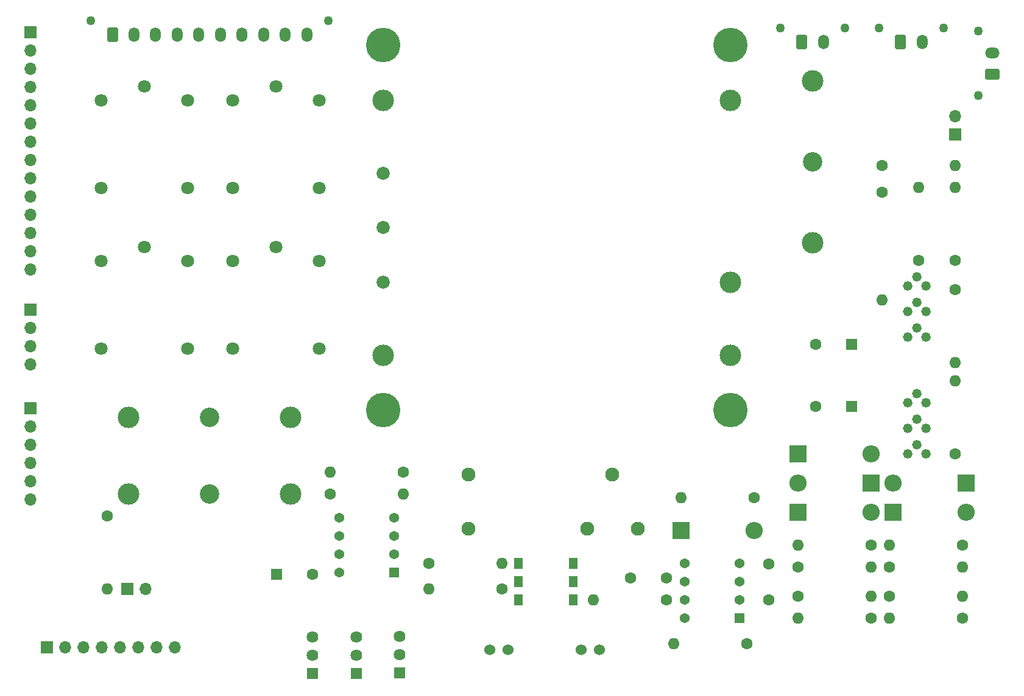
<source format=gbr>
%TF.GenerationSoftware,KiCad,Pcbnew,(6.0.5)*%
%TF.CreationDate,2023-02-13T18:15:34+09:00*%
%TF.ProjectId,23_batt_pcb,32335f62-6174-4745-9f70-63622e6b6963,rev?*%
%TF.SameCoordinates,Original*%
%TF.FileFunction,Soldermask,Bot*%
%TF.FilePolarity,Negative*%
%FSLAX46Y46*%
G04 Gerber Fmt 4.6, Leading zero omitted, Abs format (unit mm)*
G04 Created by KiCad (PCBNEW (6.0.5)) date 2023-02-13 18:15:34*
%MOMM*%
%LPD*%
G01*
G04 APERTURE LIST*
G04 Aperture macros list*
%AMRoundRect*
0 Rectangle with rounded corners*
0 $1 Rounding radius*
0 $2 $3 $4 $5 $6 $7 $8 $9 X,Y pos of 4 corners*
0 Add a 4 corners polygon primitive as box body*
4,1,4,$2,$3,$4,$5,$6,$7,$8,$9,$2,$3,0*
0 Add four circle primitives for the rounded corners*
1,1,$1+$1,$2,$3*
1,1,$1+$1,$4,$5*
1,1,$1+$1,$6,$7*
1,1,$1+$1,$8,$9*
0 Add four rect primitives between the rounded corners*
20,1,$1+$1,$2,$3,$4,$5,0*
20,1,$1+$1,$4,$5,$6,$7,0*
20,1,$1+$1,$6,$7,$8,$9,0*
20,1,$1+$1,$8,$9,$2,$3,0*%
G04 Aperture macros list end*
%ADD10C,3.000000*%
%ADD11C,1.830000*%
%ADD12C,4.800000*%
%ADD13C,2.700000*%
%ADD14C,1.320800*%
%ADD15R,2.400000X2.400000*%
%ADD16O,2.400000X2.400000*%
%ADD17C,1.600000*%
%ADD18O,1.600000X1.600000*%
%ADD19R,1.700000X1.700000*%
%ADD20O,1.700000X1.700000*%
%ADD21C,1.270000*%
%ADD22RoundRect,0.250001X-0.499999X-0.759999X0.499999X-0.759999X0.499999X0.759999X-0.499999X0.759999X0*%
%ADD23O,1.500000X2.020000*%
%ADD24RoundRect,0.250001X0.759999X-0.499999X0.759999X0.499999X-0.759999X0.499999X-0.759999X-0.499999X0*%
%ADD25O,2.020000X1.500000*%
%ADD26R,1.625600X1.625600*%
%ADD27C,1.625600*%
%ADD28C,1.800000*%
%ADD29R,1.600000X1.600000*%
%ADD30R,1.371600X1.371600*%
%ADD31C,1.371600*%
%ADD32C,1.950000*%
%ADD33R,1.295400X1.498600*%
%ADD34C,1.524000*%
G04 APERTURE END LIST*
D10*
%TO.C,PS2*%
X180614000Y-79726000D03*
X180614000Y-69576000D03*
X180614000Y-44226000D03*
X132314000Y-44226000D03*
D11*
X132314000Y-54376000D03*
X132314000Y-61976000D03*
X132314000Y-69576000D03*
D10*
X132314000Y-79726000D03*
D12*
X180614000Y-87376000D03*
X132314000Y-87376000D03*
X180614000Y-36576000D03*
X132314000Y-36576000D03*
%TD*%
D13*
%TO.C,F1*%
X192024000Y-52832000D03*
D10*
X192024000Y-41582000D03*
X192024000Y-64082000D03*
%TD*%
D14*
%TO.C,U2*%
X205232000Y-89916000D03*
X206502000Y-88646000D03*
X207772000Y-89916000D03*
%TD*%
D15*
%TO.C,D1*%
X189992000Y-101600000D03*
D16*
X200152000Y-101600000D03*
%TD*%
D17*
%TO.C,R3*%
X212852000Y-106172000D03*
D18*
X202692000Y-106172000D03*
%TD*%
D19*
%TO.C,IMD*%
X83312000Y-87122000D03*
D20*
X83312000Y-89662000D03*
X83312000Y-92202000D03*
X83312000Y-94742000D03*
X83312000Y-97282000D03*
X83312000Y-99822000D03*
%TD*%
D17*
%TO.C,R6*%
X189992000Y-113284000D03*
D18*
X200152000Y-113284000D03*
%TD*%
D17*
%TO.C,R13*%
X206756000Y-66548000D03*
D18*
X206756000Y-56388000D03*
%TD*%
D17*
%TO.C,R16*%
X201676000Y-53340000D03*
D18*
X211836000Y-53340000D03*
%TD*%
D21*
%TO.C,J1*%
X196524000Y-34201000D03*
X187524000Y-34201000D03*
D22*
X190524000Y-36161000D03*
D23*
X193524000Y-36161000D03*
%TD*%
D19*
%TO.C,BMS*%
X85613000Y-120396000D03*
D20*
X88153000Y-120396000D03*
X90693000Y-120396000D03*
X93233000Y-120396000D03*
X95773000Y-120396000D03*
X98313000Y-120396000D03*
X100853000Y-120396000D03*
X103393000Y-120396000D03*
%TD*%
D17*
%TO.C,R10*%
X211836000Y-70612000D03*
D18*
X211836000Y-80772000D03*
%TD*%
D21*
%TO.C,HV_{PCB*%
X215025000Y-43616000D03*
X215025000Y-34616000D03*
D24*
X216985000Y-40616000D03*
D25*
X216985000Y-37616000D03*
%TD*%
D17*
%TO.C,R14*%
X182880000Y-119888000D03*
D18*
X172720000Y-119888000D03*
%TD*%
D17*
%TO.C,R15*%
X171704000Y-113792000D03*
D18*
X161544000Y-113792000D03*
%TD*%
D19*
%TO.C,J1*%
X83312000Y-34808000D03*
D20*
X83312000Y-37348000D03*
X83312000Y-39888000D03*
X83312000Y-42428000D03*
X83312000Y-44968000D03*
X83312000Y-47508000D03*
X83312000Y-50048000D03*
X83312000Y-52588000D03*
X83312000Y-55128000D03*
X83312000Y-57668000D03*
X83312000Y-60208000D03*
X83312000Y-62748000D03*
X83312000Y-65288000D03*
X83312000Y-67828000D03*
%TD*%
D14*
%TO.C,U5*%
X205232000Y-73660000D03*
X206502000Y-72390000D03*
X207772000Y-73660000D03*
%TD*%
D17*
%TO.C,R12*%
X211836000Y-66548000D03*
D18*
X211836000Y-56388000D03*
%TD*%
D17*
%TO.C,R9*%
X212852000Y-116332000D03*
D18*
X202692000Y-116332000D03*
%TD*%
D17*
%TO.C,R8*%
X211836000Y-93472000D03*
D18*
X211836000Y-83312000D03*
%TD*%
D26*
%TO.C,Q1*%
X134620000Y-123952000D03*
D27*
X134620000Y-121412000D03*
X134620000Y-118872000D03*
%TD*%
D15*
%TO.C,D5*%
X200152000Y-97536000D03*
D16*
X189992000Y-97536000D03*
%TD*%
D17*
%TO.C,R11*%
X200152000Y-116332000D03*
D18*
X189992000Y-116332000D03*
%TD*%
D14*
%TO.C,U4*%
X205232000Y-77216000D03*
X206502000Y-75946000D03*
X207772000Y-77216000D03*
%TD*%
D15*
%TO.C,D4*%
X213360000Y-97536000D03*
D16*
X203200000Y-97536000D03*
%TD*%
D28*
%TO.C,K4*%
X105167400Y-56484800D03*
X93167400Y-44284800D03*
X105167400Y-44284800D03*
X99167400Y-42284800D03*
X93167400Y-56484800D03*
%TD*%
D14*
%TO.C,U3*%
X205232000Y-86360000D03*
X206502000Y-85090000D03*
X207772000Y-86360000D03*
%TD*%
D29*
%TO.C,C2*%
X197474651Y-78232000D03*
D17*
X192474651Y-78232000D03*
%TD*%
D29*
%TO.C,C1*%
X197474651Y-86868000D03*
D17*
X192474651Y-86868000D03*
%TD*%
%TO.C,C4*%
X166664000Y-110744000D03*
X171664000Y-110744000D03*
%TD*%
D28*
%TO.C,K2*%
X105167400Y-78836800D03*
X93167400Y-66636800D03*
X105167400Y-66636800D03*
X99167400Y-64636800D03*
X93167400Y-78836800D03*
%TD*%
D29*
%TO.C,C6*%
X117485349Y-110236000D03*
D17*
X122485349Y-110236000D03*
%TD*%
D30*
%TO.C,U9*%
X133858000Y-109982000D03*
D31*
X133858000Y-107442000D03*
X133858000Y-104902000D03*
X133858000Y-102362000D03*
X126238000Y-102362000D03*
X126238000Y-104902000D03*
X126238000Y-107442000D03*
X126238000Y-109982000D03*
%TD*%
D21*
%TO.C,J2*%
X91704000Y-33185000D03*
X124704000Y-33185000D03*
D22*
X94704000Y-35145000D03*
D23*
X97704000Y-35145000D03*
X100704000Y-35145000D03*
X103704000Y-35145000D03*
X106704000Y-35145000D03*
X109704000Y-35145000D03*
X112704000Y-35145000D03*
X115704000Y-35145000D03*
X118704000Y-35145000D03*
X121704000Y-35145000D03*
%TD*%
D17*
%TO.C,R18*%
X148844000Y-112268000D03*
D18*
X138684000Y-112268000D03*
%TD*%
D28*
%TO.C,K1*%
X123455400Y-56484800D03*
X111455400Y-44284800D03*
X123455400Y-44284800D03*
X117455400Y-42284800D03*
X111455400Y-56484800D03*
%TD*%
D17*
%TO.C,R4*%
X200152000Y-106172000D03*
D18*
X189992000Y-106172000D03*
%TD*%
D19*
%TO.C,FAN\u002CGND_{AIR*%
X83312000Y-73416000D03*
D20*
X83312000Y-75956000D03*
X83312000Y-78496000D03*
X83312000Y-81036000D03*
%TD*%
D32*
%TO.C,PRECHARGE1*%
X144181000Y-103826000D03*
X160681000Y-103826000D03*
X167681000Y-103826000D03*
X164181000Y-96326000D03*
X144181000Y-96326000D03*
%TD*%
D33*
%TO.C,U8*%
X158750000Y-113792000D03*
X158750000Y-111252000D03*
X158750000Y-108712000D03*
X151130000Y-108712000D03*
X151130000Y-111252000D03*
X151130000Y-113792000D03*
%TD*%
D13*
%TO.C,F3*%
X108204000Y-99060000D03*
D10*
X96954000Y-99060000D03*
X119454000Y-99060000D03*
%TD*%
D34*
%TO.C,PS1*%
X147186400Y-120736000D03*
X149726400Y-120736000D03*
X159886400Y-120736000D03*
X162426400Y-120736000D03*
%TD*%
D17*
%TO.C,C5*%
X201676000Y-57016000D03*
D18*
X201676000Y-72016000D03*
%TD*%
D15*
%TO.C,D6*%
X189992000Y-93472000D03*
D16*
X200152000Y-93472000D03*
%TD*%
D17*
%TO.C,R7*%
X202692000Y-113284000D03*
D18*
X212852000Y-113284000D03*
%TD*%
D26*
%TO.C,Q3*%
X122542300Y-124023400D03*
D27*
X122542300Y-121483400D03*
X122542300Y-118943400D03*
%TD*%
D17*
%TO.C,R1*%
X189992000Y-109220000D03*
D18*
X200152000Y-109220000D03*
%TD*%
D17*
%TO.C,R2*%
X202692000Y-109220000D03*
D18*
X212852000Y-109220000D03*
%TD*%
D17*
%TO.C,R21*%
X124968000Y-99060000D03*
D18*
X135128000Y-99060000D03*
%TD*%
D17*
%TO.C,R5*%
X183896000Y-99568000D03*
D18*
X173736000Y-99568000D03*
%TD*%
%TO.C,R19*%
X93980000Y-112268000D03*
D17*
X93980000Y-102108000D03*
%TD*%
D28*
%TO.C,K3*%
X123455400Y-78836800D03*
X111455400Y-66636800D03*
X123455400Y-66636800D03*
X117455400Y-64636800D03*
X111455400Y-78836800D03*
%TD*%
D26*
%TO.C,Q2*%
X128638300Y-124023400D03*
D27*
X128638300Y-121483400D03*
X128638300Y-118943400D03*
%TD*%
D19*
%TO.C,VI1*%
X211836000Y-49027000D03*
D20*
X211836000Y-46487000D03*
%TD*%
D15*
%TO.C,D7*%
X173736000Y-104140000D03*
D16*
X183896000Y-104140000D03*
%TD*%
D15*
%TO.C,D2*%
X203200000Y-101600000D03*
D16*
X213360000Y-101600000D03*
%TD*%
D19*
%TO.C,TEMP*%
X96769000Y-112268000D03*
D20*
X99309000Y-112268000D03*
%TD*%
D21*
%TO.C,PRECHARGE*%
X210240000Y-34201000D03*
X201240000Y-34201000D03*
D22*
X204240000Y-36161000D03*
D23*
X207240000Y-36161000D03*
%TD*%
D30*
%TO.C,U6*%
X181864000Y-116332000D03*
D31*
X181864000Y-113792000D03*
X181864000Y-111252000D03*
X181864000Y-108712000D03*
X174244000Y-108712000D03*
X174244000Y-111252000D03*
X174244000Y-113792000D03*
X174244000Y-116332000D03*
%TD*%
D14*
%TO.C,U1*%
X205232000Y-93472000D03*
X206502000Y-92202000D03*
X207772000Y-93472000D03*
%TD*%
%TO.C,U7*%
X205232000Y-70104000D03*
X206502000Y-68834000D03*
X207772000Y-70104000D03*
%TD*%
D17*
%TO.C,C3*%
X185928000Y-108752000D03*
X185928000Y-113752000D03*
%TD*%
%TO.C,R20*%
X135128000Y-96012000D03*
D18*
X124968000Y-96012000D03*
%TD*%
D17*
%TO.C,R17*%
X138684000Y-108712000D03*
D18*
X148844000Y-108712000D03*
%TD*%
D13*
%TO.C,F2*%
X108204000Y-88392000D03*
D10*
X96954000Y-88392000D03*
X119454000Y-88392000D03*
%TD*%
M02*

</source>
